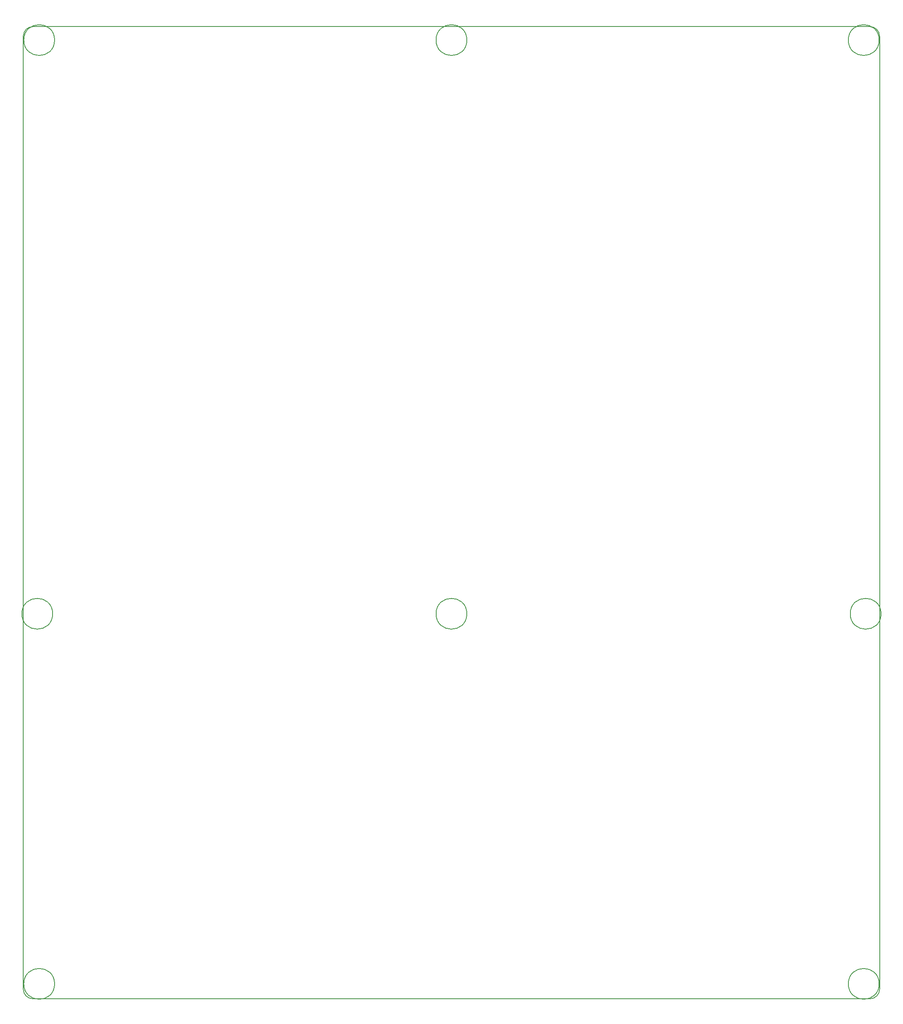
<source format=gbr>
%TF.GenerationSoftware,KiCad,Pcbnew,5.0.2-bee76a0~70~ubuntu18.10.1*%
%TF.CreationDate,2019-03-18T09:29:53+01:00*%
%TF.ProjectId,DesignData,44657369-676e-4446-9174-612e6b696361,rev?*%
%TF.SameCoordinates,PX73a20d0PYd2b6df0*%
%TF.FileFunction,Other,Comment*%
%FSLAX46Y46*%
G04 Gerber Fmt 4.6, Leading zero omitted, Abs format (unit mm)*
G04 Created by KiCad (PCBNEW 5.0.2-bee76a0~70~ubuntu18.10.1) date Mo 18 Mär 2019 09:29:53 CET*
%MOMM*%
%LPD*%
G01*
G04 APERTURE LIST*
%ADD10C,0.150000*%
G04 APERTURE END LIST*
D10*
X178000000Y2000000D02*
G75*
G02X176000000Y0I-2000000J0D01*
G01*
X176000000Y202000000D02*
G75*
G02X178000000Y200000000I0J-2000000D01*
G01*
X0Y200000000D02*
G75*
G02X2000000Y202000000I2000000J0D01*
G01*
X2000000Y0D02*
G75*
G02X0Y2000000I0J2000000D01*
G01*
X0Y200000000D02*
X0Y2000000D01*
X176000000Y202000000D02*
X2000000Y202000000D01*
X178000000Y2000000D02*
X178000000Y200000000D01*
X2000000Y0D02*
X176000000Y0D01*
%TO.C,MH18*%
X92200000Y80000000D02*
G75*
G03X92200000Y80000000I-3200000J0D01*
G01*
%TO.C,MH17*%
X177900000Y3100000D02*
G75*
G03X177900000Y3100000I-3200000J0D01*
G01*
%TO.C,MH12*%
X6100000Y80000000D02*
G75*
G03X6100000Y80000000I-3200000J0D01*
G01*
%TO.C,MH15*%
X177900000Y199200000D02*
G75*
G03X177900000Y199200000I-3200000J0D01*
G01*
%TO.C,MH14*%
X92200000Y199200000D02*
G75*
G03X92200000Y199200000I-3200000J0D01*
G01*
%TO.C,MH16*%
X178300000Y80000000D02*
G75*
G03X178300000Y80000000I-3200000J0D01*
G01*
%TO.C,MH13*%
X6500000Y199200000D02*
G75*
G03X6500000Y199200000I-3200000J0D01*
G01*
%TO.C,MH11*%
X6500000Y3100000D02*
G75*
G03X6500000Y3100000I-3200000J0D01*
G01*
%TD*%
M02*

</source>
